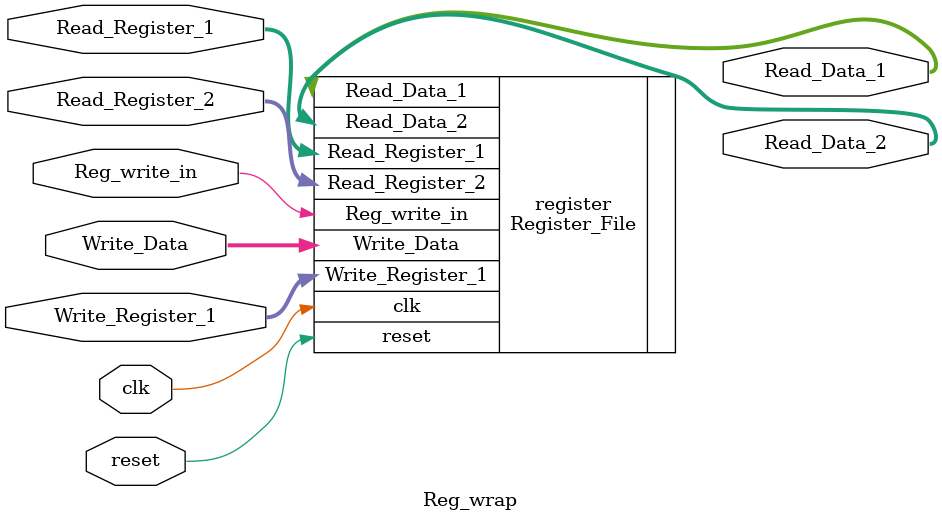
<source format=v>

module Reg_wrap#(

	parameter N = 32
)
(
	input clk, reset, Reg_write_in,
	input [4:0] Write_Register_1, Read_Register_1, Read_Register_2,
	input [N-1:0] Write_Data,
	output [N-1:0] Read_Data_1, Read_Data_2	
);

Register_File register(

		.clk(clk), 
		.reset(reset), 
		.Reg_write_in(Reg_write_in),
		.Write_Register_1(Write_Register_1), 
		.Read_Register_1(Read_Register_1), 
		.Read_Register_2(Read_Register_2),
		.Write_Data(Write_Data),
		.Read_Data_1(Read_Data_1), 
		.Read_Data_2(Read_Data_2)
);

endmodule 
</source>
